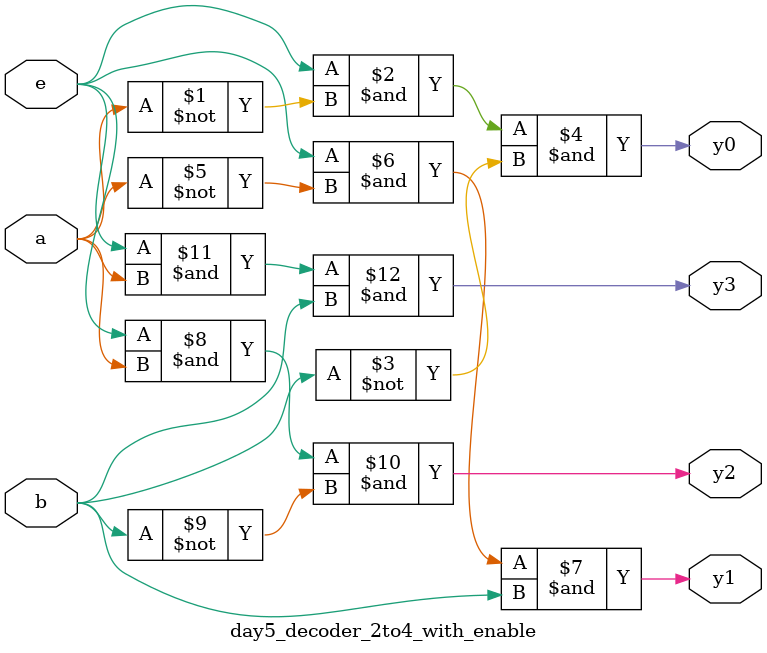
<source format=v>
`timescale 1ns / 1ps


module day5_decoder_2to4_with_enable(
    input e,
    input a,
    input b,
    output y0,
    output y1,
    output y2,
    output y3
    );
    
    assign y0 = e&(~a) &( ~b);
    assign y1 = e&(~a )& (b);
    assign y2 = e&(a )& (~b);
    assign y3 = e&(a )& (b);
    
    
    
endmodule

</source>
